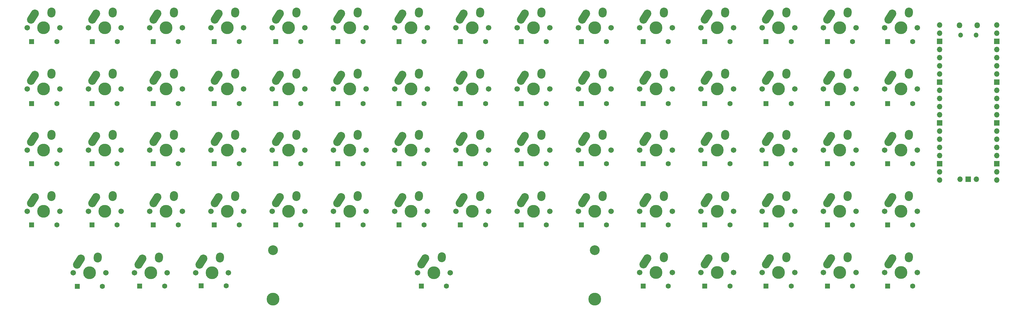
<source format=gbr>
%TF.GenerationSoftware,KiCad,Pcbnew,9.0.2*%
%TF.CreationDate,2025-06-02T23:42:43-04:00*%
%TF.ProjectId,OrangeDeck Keyboard,4f72616e-6765-4446-9563-6b204b657962,rev?*%
%TF.SameCoordinates,Original*%
%TF.FileFunction,Soldermask,Top*%
%TF.FilePolarity,Negative*%
%FSLAX46Y46*%
G04 Gerber Fmt 4.6, Leading zero omitted, Abs format (unit mm)*
G04 Created by KiCad (PCBNEW 9.0.2) date 2025-06-02 23:42:43*
%MOMM*%
%LPD*%
G01*
G04 APERTURE LIST*
G04 Aperture macros list*
%AMHorizOval*
0 Thick line with rounded ends*
0 $1 width*
0 $2 $3 position (X,Y) of the first rounded end (center of the circle)*
0 $4 $5 position (X,Y) of the second rounded end (center of the circle)*
0 Add line between two ends*
20,1,$1,$2,$3,$4,$5,0*
0 Add two circle primitives to create the rounded ends*
1,1,$1,$2,$3*
1,1,$1,$4,$5*%
G04 Aperture macros list end*
%ADD10C,1.701800*%
%ADD11C,3.987800*%
%ADD12HorizOval,2.500000X-0.604462X-0.948815X0.604462X0.948815X0*%
%ADD13HorizOval,2.500000X-0.019724X-0.289328X0.019724X0.289328X0*%
%ADD14C,3.048000*%
%ADD15R,1.600000X1.600000*%
%ADD16C,1.600000*%
%ADD17O,1.800000X1.800000*%
%ADD18O,1.500000X1.500000*%
%ADD19O,1.700000X1.700000*%
%ADD20R,1.700000X1.700000*%
G04 APERTURE END LIST*
D10*
%TO.C,K67*%
X114300000Y-88900000D03*
D11*
X119380000Y-88900000D03*
D10*
X124460000Y-88900000D03*
D12*
X116125000Y-85380000D03*
D13*
X121900000Y-84110000D03*
%TD*%
D10*
%TO.C,K23*%
X38100000Y-31750000D03*
D11*
X43180000Y-31750000D03*
D10*
X48260000Y-31750000D03*
D12*
X39925000Y-28230000D03*
D13*
X45700000Y-26960000D03*
%TD*%
D10*
%TO.C,K52*%
X19050000Y-69850000D03*
D11*
X24130000Y-69850000D03*
D10*
X29210000Y-69850000D03*
D12*
X20875000Y-66330000D03*
D13*
X26650000Y-65060000D03*
%TD*%
D10*
%TO.C,K47*%
X-76200000Y-69850000D03*
D11*
X-71120000Y-69850000D03*
D10*
X-66040000Y-69850000D03*
D12*
X-74375000Y-66330000D03*
D13*
X-68600000Y-65060000D03*
%TD*%
D10*
%TO.C,K33*%
X-57150000Y-50800000D03*
D11*
X-52070000Y-50800000D03*
D10*
X-46990000Y-50800000D03*
D12*
X-55325000Y-47280000D03*
D13*
X-49550000Y-46010000D03*
%TD*%
D10*
%TO.C,K1*%
X-95250000Y-12700000D03*
D11*
X-90170000Y-12700000D03*
D10*
X-85090000Y-12700000D03*
D12*
X-93425000Y-9180000D03*
D13*
X-87650000Y-7910000D03*
%TD*%
D10*
%TO.C,K27*%
X114300000Y-31750000D03*
D11*
X119380000Y-31750000D03*
D10*
X124460000Y-31750000D03*
D12*
X116125000Y-28230000D03*
D13*
X121900000Y-26960000D03*
%TD*%
D10*
%TO.C,K60*%
X171450000Y-69850000D03*
D11*
X176530000Y-69850000D03*
D10*
X181610000Y-69850000D03*
D12*
X173275000Y-66330000D03*
D13*
X179050000Y-65060000D03*
%TD*%
D10*
%TO.C,K28*%
X133350000Y-31750000D03*
D11*
X138430000Y-31750000D03*
D10*
X143510000Y-31750000D03*
D12*
X135175000Y-28230000D03*
D13*
X140950000Y-26960000D03*
%TD*%
D10*
%TO.C,K36*%
X0Y-50800000D03*
D11*
X5080000Y-50800000D03*
D10*
X10160000Y-50800000D03*
D12*
X1825000Y-47280000D03*
D13*
X7600000Y-46010000D03*
%TD*%
D10*
%TO.C,K30*%
X171450000Y-31750000D03*
D11*
X176530000Y-31750000D03*
D10*
X181610000Y-31750000D03*
D12*
X173275000Y-28230000D03*
D13*
X179050000Y-26960000D03*
%TD*%
D10*
%TO.C,K45*%
X171450000Y-50800000D03*
D11*
X176530000Y-50800000D03*
D10*
X181610000Y-50800000D03*
D12*
X173275000Y-47280000D03*
D13*
X179050000Y-46010000D03*
%TD*%
D10*
%TO.C,K6*%
X0Y-12700000D03*
D11*
X5080000Y-12700000D03*
D10*
X10160000Y-12700000D03*
D12*
X1825000Y-9180000D03*
D13*
X7600000Y-7910000D03*
%TD*%
D10*
%TO.C,K69*%
X152400000Y-88900000D03*
D11*
X157480000Y-88900000D03*
D10*
X162560000Y-88900000D03*
D12*
X154225000Y-85380000D03*
D13*
X160000000Y-84110000D03*
%TD*%
D10*
%TO.C,K50*%
X-19050000Y-69850000D03*
D11*
X-13970000Y-69850000D03*
D10*
X-8890000Y-69850000D03*
D12*
X-17225000Y-66330000D03*
D13*
X-11450000Y-65060000D03*
%TD*%
D14*
%TO.C,K65*%
X-18794750Y-81937500D03*
D11*
X-18794750Y-97177500D03*
D10*
X26163250Y-88922500D03*
D11*
X31243250Y-88922500D03*
D10*
X36323250Y-88922500D03*
D14*
X81281250Y-81937500D03*
D11*
X81281250Y-97177500D03*
D12*
X27988250Y-85402500D03*
D13*
X33763250Y-84132500D03*
%TD*%
D10*
%TO.C,K48*%
X-57150000Y-69850000D03*
D11*
X-52070000Y-69850000D03*
D10*
X-46990000Y-69850000D03*
D12*
X-55325000Y-66330000D03*
D13*
X-49550000Y-65060000D03*
%TD*%
D10*
%TO.C,K5*%
X-19050000Y-12700000D03*
D11*
X-13970000Y-12700000D03*
D10*
X-8890000Y-12700000D03*
D12*
X-17225000Y-9180000D03*
D13*
X-11450000Y-7910000D03*
%TD*%
D10*
%TO.C,K51*%
X0Y-69850000D03*
D11*
X5080000Y-69850000D03*
D10*
X10160000Y-69850000D03*
D12*
X1825000Y-66330000D03*
D13*
X7600000Y-65060000D03*
%TD*%
D10*
%TO.C,K35*%
X-19050000Y-50800000D03*
D11*
X-13970000Y-50800000D03*
D10*
X-8890000Y-50800000D03*
D12*
X-17225000Y-47280000D03*
D13*
X-11450000Y-46010000D03*
%TD*%
D10*
%TO.C,K7*%
X19050000Y-12700000D03*
D11*
X24130000Y-12700000D03*
D10*
X29210000Y-12700000D03*
D12*
X20875000Y-9180000D03*
D13*
X26650000Y-7910000D03*
%TD*%
D10*
%TO.C,K46*%
X-95250000Y-69850000D03*
D11*
X-90170000Y-69850000D03*
D10*
X-85090000Y-69850000D03*
D12*
X-93425000Y-66330000D03*
D13*
X-87650000Y-65060000D03*
%TD*%
D10*
%TO.C,K9*%
X57150000Y-12700000D03*
D11*
X62230000Y-12700000D03*
D10*
X67310000Y-12700000D03*
D12*
X58975000Y-9180000D03*
D13*
X64750000Y-7910000D03*
%TD*%
D10*
%TO.C,K11*%
X95250000Y-12700000D03*
D11*
X100330000Y-12700000D03*
D10*
X105410000Y-12700000D03*
D12*
X97075000Y-9180000D03*
D13*
X102850000Y-7910000D03*
%TD*%
D10*
%TO.C,K24*%
X57150000Y-31750000D03*
D11*
X62230000Y-31750000D03*
D10*
X67310000Y-31750000D03*
D12*
X58975000Y-28230000D03*
D13*
X64750000Y-26960000D03*
%TD*%
D10*
%TO.C,K54*%
X57150000Y-69850000D03*
D11*
X62230000Y-69850000D03*
D10*
X67310000Y-69850000D03*
D12*
X58975000Y-66330000D03*
D13*
X64750000Y-65060000D03*
%TD*%
D10*
%TO.C,K10*%
X76200000Y-12700000D03*
D11*
X81280000Y-12700000D03*
D10*
X86360000Y-12700000D03*
D12*
X78025000Y-9180000D03*
D13*
X83800000Y-7910000D03*
%TD*%
D10*
%TO.C,K39*%
X57150000Y-50800000D03*
D11*
X62230000Y-50800000D03*
D10*
X67310000Y-50800000D03*
D12*
X58975000Y-47280000D03*
D13*
X64750000Y-46010000D03*
%TD*%
D10*
%TO.C,K66*%
X95250000Y-88900000D03*
D11*
X100330000Y-88900000D03*
D10*
X105410000Y-88900000D03*
D12*
X97075000Y-85380000D03*
D13*
X102850000Y-84110000D03*
%TD*%
D10*
%TO.C,K18*%
X-57150000Y-31750000D03*
D11*
X-52070000Y-31750000D03*
D10*
X-46990000Y-31750000D03*
D12*
X-55325000Y-28230000D03*
D13*
X-49550000Y-26960000D03*
%TD*%
D10*
%TO.C,K31*%
X-95250000Y-50800000D03*
D11*
X-90170000Y-50800000D03*
D10*
X-85090000Y-50800000D03*
D12*
X-93425000Y-47280000D03*
D13*
X-87650000Y-46010000D03*
%TD*%
D10*
%TO.C,K37*%
X19050000Y-50800000D03*
D11*
X24130000Y-50800000D03*
D10*
X29210000Y-50800000D03*
D12*
X20875000Y-47280000D03*
D13*
X26650000Y-46010000D03*
%TD*%
D10*
%TO.C,K17*%
X-76200000Y-31750000D03*
D11*
X-71120000Y-31750000D03*
D10*
X-66040000Y-31750000D03*
D12*
X-74375000Y-28230000D03*
D13*
X-68600000Y-26960000D03*
%TD*%
D10*
%TO.C,K68*%
X133350000Y-88900000D03*
D11*
X138430000Y-88900000D03*
D10*
X143510000Y-88900000D03*
D12*
X135175000Y-85380000D03*
D13*
X140950000Y-84110000D03*
%TD*%
D10*
%TO.C,K13*%
X133350000Y-12700000D03*
D11*
X138430000Y-12700000D03*
D10*
X143510000Y-12700000D03*
D12*
X135175000Y-9180000D03*
D13*
X140950000Y-7910000D03*
%TD*%
D10*
%TO.C,K26*%
X95250000Y-31750000D03*
D11*
X100330000Y-31750000D03*
D10*
X105410000Y-31750000D03*
D12*
X97075000Y-28230000D03*
D13*
X102850000Y-26960000D03*
%TD*%
D10*
%TO.C,K15*%
X171450000Y-12700000D03*
D11*
X176530000Y-12700000D03*
D10*
X181610000Y-12700000D03*
D12*
X173275000Y-9180000D03*
D13*
X179050000Y-7910000D03*
%TD*%
D10*
%TO.C,K63*%
X-61850000Y-88977500D03*
D11*
X-56770000Y-88977500D03*
D10*
X-51690000Y-88977500D03*
D12*
X-60025000Y-85457500D03*
D13*
X-54250000Y-84187500D03*
%TD*%
D10*
%TO.C,K2*%
X-76200000Y-12700000D03*
D11*
X-71120000Y-12700000D03*
D10*
X-66040000Y-12700000D03*
D12*
X-74375000Y-9180000D03*
D13*
X-68600000Y-7910000D03*
%TD*%
D10*
%TO.C,K25*%
X76200000Y-31750000D03*
D11*
X81280000Y-31750000D03*
D10*
X86360000Y-31750000D03*
D12*
X78025000Y-28230000D03*
D13*
X83800000Y-26960000D03*
%TD*%
D10*
%TO.C,K59*%
X152400000Y-69850000D03*
D11*
X157480000Y-69850000D03*
D10*
X162560000Y-69850000D03*
D12*
X154225000Y-66330000D03*
D13*
X160000000Y-65060000D03*
%TD*%
D10*
%TO.C,K38*%
X38100000Y-50800000D03*
D11*
X43180000Y-50800000D03*
D10*
X48260000Y-50800000D03*
D12*
X39925000Y-47280000D03*
D13*
X45700000Y-46010000D03*
%TD*%
D10*
%TO.C,K49*%
X-38100000Y-69850000D03*
D11*
X-33020000Y-69850000D03*
D10*
X-27940000Y-69850000D03*
D12*
X-36275000Y-66330000D03*
D13*
X-30500000Y-65060000D03*
%TD*%
D10*
%TO.C,K16*%
X-95250000Y-31750000D03*
D11*
X-90170000Y-31750000D03*
D10*
X-85090000Y-31750000D03*
D12*
X-93425000Y-28230000D03*
D13*
X-87650000Y-26960000D03*
%TD*%
D10*
%TO.C,K29*%
X152400000Y-31750000D03*
D11*
X157480000Y-31750000D03*
D10*
X162560000Y-31750000D03*
D12*
X154225000Y-28230000D03*
D13*
X160000000Y-26960000D03*
%TD*%
D10*
%TO.C,K42*%
X114300000Y-50800000D03*
D11*
X119380000Y-50800000D03*
D10*
X124460000Y-50800000D03*
D12*
X116125000Y-47280000D03*
D13*
X121900000Y-46010000D03*
%TD*%
D10*
%TO.C,K21*%
X0Y-31750000D03*
D11*
X5080000Y-31750000D03*
D10*
X10160000Y-31750000D03*
D12*
X1825000Y-28230000D03*
D13*
X7600000Y-26960000D03*
%TD*%
D10*
%TO.C,K57*%
X114300000Y-69850000D03*
D11*
X119380000Y-69850000D03*
D10*
X124460000Y-69850000D03*
D12*
X116125000Y-66330000D03*
D13*
X121900000Y-65060000D03*
%TD*%
D10*
%TO.C,K32*%
X-76200000Y-50800000D03*
D11*
X-71120000Y-50800000D03*
D10*
X-66040000Y-50800000D03*
D12*
X-74375000Y-47280000D03*
D13*
X-68600000Y-46010000D03*
%TD*%
D10*
%TO.C,K12*%
X114300000Y-12700000D03*
D11*
X119380000Y-12700000D03*
D10*
X124460000Y-12700000D03*
D12*
X116125000Y-9180000D03*
D13*
X121900000Y-7910000D03*
%TD*%
D10*
%TO.C,K8*%
X38100000Y-12700000D03*
D11*
X43180000Y-12700000D03*
D10*
X48260000Y-12700000D03*
D12*
X39925000Y-9180000D03*
D13*
X45700000Y-7910000D03*
%TD*%
D10*
%TO.C,K14*%
X152400000Y-12700000D03*
D11*
X157480000Y-12700000D03*
D10*
X162560000Y-12700000D03*
D12*
X154225000Y-9180000D03*
D13*
X160000000Y-7910000D03*
%TD*%
D10*
%TO.C,K20*%
X-19050000Y-31750000D03*
D11*
X-13970000Y-31750000D03*
D10*
X-8890000Y-31750000D03*
D12*
X-17225000Y-28230000D03*
D13*
X-11450000Y-26960000D03*
%TD*%
D10*
%TO.C,K62*%
X-80930000Y-88977500D03*
D11*
X-75850000Y-88977500D03*
D10*
X-70770000Y-88977500D03*
D12*
X-79105000Y-85457500D03*
D13*
X-73330000Y-84187500D03*
%TD*%
D10*
%TO.C,K19*%
X-38100000Y-31750000D03*
D11*
X-33020000Y-31750000D03*
D10*
X-27940000Y-31750000D03*
D12*
X-36275000Y-28230000D03*
D13*
X-30500000Y-26960000D03*
%TD*%
D10*
%TO.C,K3*%
X-57150000Y-12700000D03*
D11*
X-52070000Y-12700000D03*
D10*
X-46990000Y-12700000D03*
D12*
X-55325000Y-9180000D03*
D13*
X-49550000Y-7910000D03*
%TD*%
D10*
%TO.C,K55*%
X76200000Y-69850000D03*
D11*
X81280000Y-69850000D03*
D10*
X86360000Y-69850000D03*
D12*
X78025000Y-66330000D03*
D13*
X83800000Y-65060000D03*
%TD*%
D10*
%TO.C,K70*%
X171450000Y-88900000D03*
D11*
X176530000Y-88900000D03*
D10*
X181610000Y-88900000D03*
D12*
X173275000Y-85380000D03*
D13*
X179050000Y-84110000D03*
%TD*%
D10*
%TO.C,K44*%
X152400000Y-50800000D03*
D11*
X157480000Y-50800000D03*
D10*
X162560000Y-50800000D03*
D12*
X154225000Y-47280000D03*
D13*
X160000000Y-46010000D03*
%TD*%
D10*
%TO.C,K43*%
X133350000Y-50800000D03*
D11*
X138430000Y-50800000D03*
D10*
X143510000Y-50800000D03*
D12*
X135175000Y-47280000D03*
D13*
X140950000Y-46010000D03*
%TD*%
D10*
%TO.C,K40*%
X76200000Y-50800000D03*
D11*
X81280000Y-50800000D03*
D10*
X86360000Y-50800000D03*
D12*
X78025000Y-47280000D03*
D13*
X83800000Y-46010000D03*
%TD*%
D10*
%TO.C,K4*%
X-38100000Y-12700000D03*
D11*
X-33020000Y-12700000D03*
D10*
X-27940000Y-12700000D03*
D12*
X-36275000Y-9180000D03*
D13*
X-30500000Y-7910000D03*
%TD*%
D10*
%TO.C,K64*%
X-42850000Y-88977500D03*
D11*
X-37770000Y-88977500D03*
D10*
X-32690000Y-88977500D03*
D12*
X-41025000Y-85457500D03*
D13*
X-35250000Y-84187500D03*
%TD*%
D10*
%TO.C,K41*%
X95250000Y-50800000D03*
D11*
X100330000Y-50800000D03*
D10*
X105410000Y-50800000D03*
D12*
X97075000Y-47280000D03*
D13*
X102850000Y-46010000D03*
%TD*%
D10*
%TO.C,K53*%
X38100000Y-69850000D03*
D11*
X43180000Y-69850000D03*
D10*
X48260000Y-69850000D03*
D12*
X39925000Y-66330000D03*
D13*
X45700000Y-65060000D03*
%TD*%
D10*
%TO.C,K56*%
X95250000Y-69850000D03*
D11*
X100330000Y-69850000D03*
D10*
X105410000Y-69850000D03*
D12*
X97075000Y-66330000D03*
D13*
X102850000Y-65060000D03*
%TD*%
D10*
%TO.C,K58*%
X133350000Y-69850000D03*
D11*
X138430000Y-69850000D03*
D10*
X143510000Y-69850000D03*
D12*
X135175000Y-66330000D03*
D13*
X140950000Y-65060000D03*
%TD*%
D10*
%TO.C,K34*%
X-38100000Y-50800000D03*
D11*
X-33020000Y-50800000D03*
D10*
X-27940000Y-50800000D03*
D12*
X-36275000Y-47280000D03*
D13*
X-30500000Y-46010000D03*
%TD*%
D10*
%TO.C,K22*%
X19050000Y-31750000D03*
D11*
X24130000Y-31750000D03*
D10*
X29210000Y-31750000D03*
D12*
X20875000Y-28230000D03*
D13*
X26650000Y-26960000D03*
%TD*%
D15*
%TO.C,D6*%
X1425000Y-16968750D03*
D16*
X9225000Y-16968750D03*
%TD*%
D15*
%TO.C,D54*%
X58443750Y-74062500D03*
D16*
X66243750Y-74062500D03*
%TD*%
D15*
%TO.C,D4*%
X-37068750Y-16968750D03*
D16*
X-29268750Y-16968750D03*
%TD*%
D15*
%TO.C,D1*%
X-93825000Y-16968750D03*
D16*
X-86025000Y-16968750D03*
%TD*%
D15*
%TO.C,D40*%
X77175000Y-55031250D03*
D16*
X84975000Y-55031250D03*
%TD*%
D15*
%TO.C,D13*%
X134606250Y-16968750D03*
D16*
X142406250Y-16968750D03*
%TD*%
D15*
%TO.C,D32*%
X-75056250Y-55031250D03*
D16*
X-67256250Y-55031250D03*
%TD*%
D15*
%TO.C,D59*%
X153731250Y-74062500D03*
D16*
X161531250Y-74062500D03*
%TD*%
D15*
%TO.C,D56*%
X96412500Y-74062500D03*
D16*
X104212500Y-74062500D03*
%TD*%
D15*
%TO.C,D12*%
X115556250Y-16968750D03*
D16*
X123356250Y-16968750D03*
%TD*%
D15*
%TO.C,D8*%
X39527885Y-16968750D03*
D16*
X47327885Y-16968750D03*
%TD*%
D15*
%TO.C,D5*%
X-17943750Y-16968750D03*
D16*
X-10143750Y-16968750D03*
%TD*%
D15*
%TO.C,D37*%
X20446154Y-55031250D03*
D16*
X28246154Y-55031250D03*
%TD*%
D15*
%TO.C,D26*%
X96412500Y-36281250D03*
D16*
X104212500Y-36281250D03*
%TD*%
D15*
%TO.C,D73*%
X134606250Y-93093750D03*
D16*
X142406250Y-93093750D03*
%TD*%
D15*
%TO.C,D47*%
X-75056250Y-74062500D03*
D16*
X-67256250Y-74062500D03*
%TD*%
D15*
%TO.C,D7*%
X20446154Y-16968750D03*
D16*
X28246154Y-16968750D03*
%TD*%
D15*
%TO.C,D16*%
X-93825000Y-36281250D03*
D16*
X-86025000Y-36281250D03*
%TD*%
D15*
%TO.C,D27*%
X115556250Y-36281250D03*
D16*
X123356250Y-36281250D03*
%TD*%
D15*
%TO.C,D24*%
X58443750Y-36281250D03*
D16*
X66243750Y-36281250D03*
%TD*%
D17*
%TO.C,U1*%
X200240000Y-11933750D03*
D18*
X199940000Y-14963750D03*
X195090000Y-14963750D03*
D17*
X194790000Y-11933750D03*
D19*
X206405000Y-11803750D03*
X206405000Y-14343750D03*
D20*
X206405000Y-16883750D03*
D19*
X206405000Y-19423750D03*
X206405000Y-21963750D03*
X206405000Y-24503750D03*
X206405000Y-27043750D03*
D20*
X206405000Y-29583750D03*
D19*
X206405000Y-32123750D03*
X206405000Y-34663750D03*
X206405000Y-37203750D03*
X206405000Y-39743750D03*
D20*
X206405000Y-42283750D03*
D19*
X206405000Y-44823750D03*
X206405000Y-47363750D03*
X206405000Y-49903750D03*
X206405000Y-52443750D03*
D20*
X206405000Y-54983750D03*
D19*
X206405000Y-57523750D03*
X206405000Y-60063750D03*
X188625000Y-60063750D03*
X188625000Y-57523750D03*
D20*
X188625000Y-54983750D03*
D19*
X188625000Y-52443750D03*
X188625000Y-49903750D03*
X188625000Y-47363750D03*
X188625000Y-44823750D03*
D20*
X188625000Y-42283750D03*
D19*
X188625000Y-39743750D03*
X188625000Y-37203750D03*
X188625000Y-34663750D03*
X188625000Y-32123750D03*
D20*
X188625000Y-29583750D03*
D19*
X188625000Y-27043750D03*
X188625000Y-24503750D03*
X188625000Y-21963750D03*
X188625000Y-19423750D03*
D20*
X188625000Y-16883750D03*
D19*
X188625000Y-14343750D03*
X188625000Y-11803750D03*
X200055000Y-59833750D03*
D20*
X197515000Y-59833750D03*
D19*
X194975000Y-59833750D03*
%TD*%
D15*
%TO.C,D22*%
X20446154Y-36281250D03*
D16*
X28246154Y-36281250D03*
%TD*%
D15*
%TO.C,D33*%
X-56025000Y-55031250D03*
D16*
X-48225000Y-55031250D03*
%TD*%
D15*
%TO.C,D15*%
X172425000Y-16968750D03*
D16*
X180225000Y-16968750D03*
%TD*%
D15*
%TO.C,D42*%
X115556250Y-55031250D03*
D16*
X123356250Y-55031250D03*
%TD*%
D15*
%TO.C,D58*%
X134606250Y-74062500D03*
D16*
X142406250Y-74062500D03*
%TD*%
D15*
%TO.C,D20*%
X-17943750Y-36281250D03*
D16*
X-10143750Y-36281250D03*
%TD*%
D15*
%TO.C,D34*%
X-37068750Y-55031250D03*
D16*
X-29268750Y-55031250D03*
%TD*%
D15*
%TO.C,D35*%
X-17943750Y-55031250D03*
D16*
X-10143750Y-55031250D03*
%TD*%
D15*
%TO.C,D2*%
X-74962500Y-16968750D03*
D16*
X-67162500Y-16968750D03*
%TD*%
D15*
%TO.C,D39*%
X58443750Y-55031250D03*
D16*
X66243750Y-55031250D03*
%TD*%
D15*
%TO.C,D29*%
X153731250Y-36281250D03*
D16*
X161531250Y-36281250D03*
%TD*%
D15*
%TO.C,D51*%
X1425000Y-74062500D03*
D16*
X9225000Y-74062500D03*
%TD*%
D15*
%TO.C,D21*%
X1425000Y-36281250D03*
D16*
X9225000Y-36281250D03*
%TD*%
D15*
%TO.C,D31*%
X-93825000Y-55031250D03*
D16*
X-86025000Y-55031250D03*
%TD*%
D15*
%TO.C,D10*%
X77175000Y-16968750D03*
D16*
X84975000Y-16968750D03*
%TD*%
D15*
%TO.C,D62*%
X-79668750Y-93187500D03*
D16*
X-71868750Y-93187500D03*
%TD*%
D15*
%TO.C,D45*%
X172425000Y-55031250D03*
D16*
X180225000Y-55031250D03*
%TD*%
D15*
%TO.C,D38*%
X39527885Y-55031250D03*
D16*
X47327885Y-55031250D03*
%TD*%
D15*
%TO.C,D52*%
X20446154Y-74062500D03*
D16*
X28246154Y-74062500D03*
%TD*%
D15*
%TO.C,D63*%
X-60262500Y-93093750D03*
D16*
X-52462500Y-93093750D03*
%TD*%
D15*
%TO.C,D41*%
X96412500Y-55031250D03*
D16*
X104212500Y-55031250D03*
%TD*%
D15*
%TO.C,D74*%
X153731250Y-93093750D03*
D16*
X161531250Y-93093750D03*
%TD*%
D15*
%TO.C,D30*%
X172425000Y-36281250D03*
D16*
X180225000Y-36281250D03*
%TD*%
D15*
%TO.C,D48*%
X-56025000Y-74062500D03*
D16*
X-48225000Y-74062500D03*
%TD*%
D15*
%TO.C,D17*%
X-75056250Y-36281250D03*
D16*
X-67256250Y-36281250D03*
%TD*%
D15*
%TO.C,D49*%
X-37068750Y-74062500D03*
D16*
X-29268750Y-74062500D03*
%TD*%
D15*
%TO.C,D75*%
X172425000Y-93093750D03*
D16*
X180225000Y-93093750D03*
%TD*%
D15*
%TO.C,D64*%
X-41118750Y-93000000D03*
D16*
X-33318750Y-93000000D03*
%TD*%
D15*
%TO.C,D46*%
X-93825000Y-74062500D03*
D16*
X-86025000Y-74062500D03*
%TD*%
D15*
%TO.C,D14*%
X153731250Y-16968750D03*
D16*
X161531250Y-16968750D03*
%TD*%
D15*
%TO.C,D55*%
X77175000Y-74062500D03*
D16*
X84975000Y-74062500D03*
%TD*%
D15*
%TO.C,D71*%
X96412500Y-93093750D03*
D16*
X104212500Y-93093750D03*
%TD*%
D15*
%TO.C,D44*%
X153731250Y-55031250D03*
D16*
X161531250Y-55031250D03*
%TD*%
D15*
%TO.C,D68*%
X27337500Y-93093750D03*
D16*
X35137500Y-93093750D03*
%TD*%
D15*
%TO.C,D43*%
X134606250Y-55031250D03*
D16*
X142406250Y-55031250D03*
%TD*%
D15*
%TO.C,D11*%
X96412500Y-16968750D03*
D16*
X104212500Y-16968750D03*
%TD*%
D15*
%TO.C,D60*%
X172425000Y-74062500D03*
D16*
X180225000Y-74062500D03*
%TD*%
D15*
%TO.C,D25*%
X77175000Y-36281250D03*
D16*
X84975000Y-36281250D03*
%TD*%
D15*
%TO.C,D57*%
X115556250Y-74062500D03*
D16*
X123356250Y-74062500D03*
%TD*%
D15*
%TO.C,D3*%
X-56025000Y-16968750D03*
D16*
X-48225000Y-16968750D03*
%TD*%
D15*
%TO.C,D50*%
X-17943750Y-74062500D03*
D16*
X-10143750Y-74062500D03*
%TD*%
D15*
%TO.C,D28*%
X134606250Y-36281250D03*
D16*
X142406250Y-36281250D03*
%TD*%
D15*
%TO.C,D18*%
X-56025000Y-36281250D03*
D16*
X-48225000Y-36281250D03*
%TD*%
D15*
%TO.C,D19*%
X-37068750Y-36281250D03*
D16*
X-29268750Y-36281250D03*
%TD*%
D15*
%TO.C,D36*%
X1425000Y-55031250D03*
D16*
X9225000Y-55031250D03*
%TD*%
D15*
%TO.C,D9*%
X58443750Y-16968750D03*
D16*
X66243750Y-16968750D03*
%TD*%
D15*
%TO.C,D72*%
X115556250Y-93093750D03*
D16*
X123356250Y-93093750D03*
%TD*%
D15*
%TO.C,D23*%
X39527885Y-36281250D03*
D16*
X47327885Y-36281250D03*
%TD*%
D15*
%TO.C,D53*%
X39527885Y-74062500D03*
D16*
X47327885Y-74062500D03*
%TD*%
M02*

</source>
